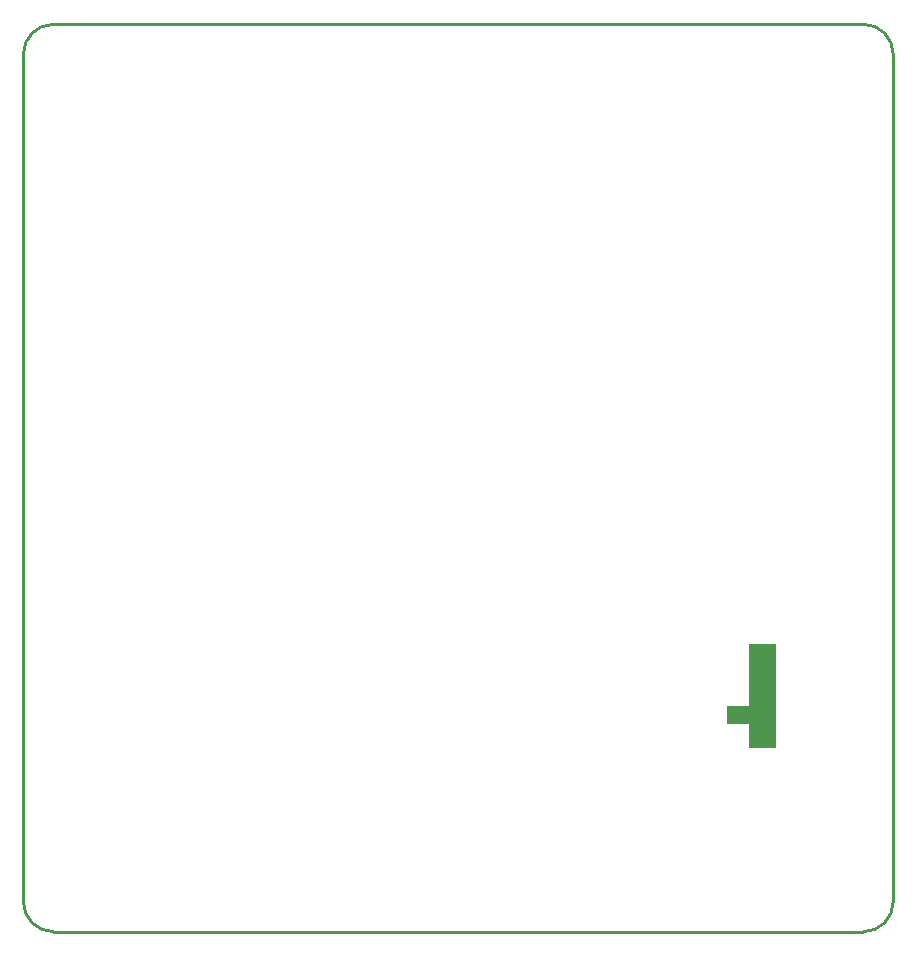
<source format=gko>
G04*
G04 #@! TF.GenerationSoftware,Altium Limited,Altium Designer,24.2.2 (26)*
G04*
G04 Layer_Color=16711935*
%FSLAX44Y44*%
%MOMM*%
G71*
G04*
G04 #@! TF.SameCoordinates,F7EBB540-B4CE-4F1F-BB4A-EDFB59B12267*
G04*
G04*
G04 #@! TF.FilePolarity,Positive*
G04*
G01*
G75*
%ADD13C,0.2540*%
G36*
X576120Y152730D02*
Y205130D01*
X599120Y205130D01*
Y117530D01*
X576120D01*
Y137730D01*
X557820D01*
Y152730D01*
X576120D01*
D02*
G37*
D13*
X698500Y704850D02*
G03*
X673100Y730250I-25400J0D01*
G01*
Y-38100D02*
G03*
X698500Y-12700I0J25400D01*
G01*
X-12700Y730250D02*
G03*
X-38100Y704850I0J-25400D01*
G01*
Y-12700D02*
G03*
X-12700Y-38100I25400J0D01*
G01*
X673100D01*
X-12700Y730250D02*
X673100D01*
X698500Y-12700D02*
Y704850D01*
X-38100Y-12700D02*
Y704850D01*
M02*

</source>
